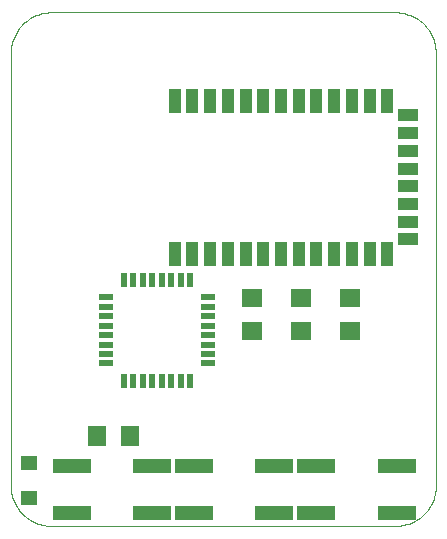
<source format=gtp>
G75*
G70*
%OFA0B0*%
%FSLAX24Y24*%
%IPPOS*%
%LPD*%
%AMOC8*
5,1,8,0,0,1.08239X$1,22.5*
%
%ADD10C,0.0010*%
%ADD11R,0.0394X0.0787*%
%ADD12R,0.0709X0.0394*%
%ADD13R,0.0630X0.0709*%
%ADD14R,0.0551X0.0472*%
%ADD15R,0.0500X0.0220*%
%ADD16R,0.0220X0.0500*%
%ADD17R,0.0709X0.0630*%
%ADD18R,0.1260X0.0472*%
D10*
X002398Y002257D02*
X002398Y016647D01*
X002398Y016637D02*
X002397Y016710D01*
X002400Y016782D01*
X002406Y016854D01*
X002416Y016926D01*
X002430Y016997D01*
X002448Y017067D01*
X002470Y017136D01*
X002495Y017204D01*
X002524Y017270D01*
X002556Y017335D01*
X002592Y017398D01*
X002632Y017459D01*
X002674Y017517D01*
X002719Y017574D01*
X002768Y017628D01*
X002819Y017679D01*
X002873Y017727D01*
X002930Y017772D01*
X002988Y017815D01*
X003049Y017854D01*
X003112Y017889D01*
X003177Y017922D01*
X003244Y017950D01*
X003312Y017975D01*
X003381Y017997D01*
X003451Y018015D01*
X003522Y018028D01*
X003594Y018038D01*
X003666Y018045D01*
X003738Y018047D01*
X015158Y018047D01*
X015152Y018046D02*
X015225Y018047D01*
X015297Y018044D01*
X015369Y018038D01*
X015441Y018028D01*
X015512Y018014D01*
X015582Y017996D01*
X015651Y017974D01*
X015719Y017949D01*
X015785Y017920D01*
X015850Y017888D01*
X015913Y017852D01*
X015974Y017812D01*
X016032Y017770D01*
X016089Y017725D01*
X016143Y017676D01*
X016194Y017625D01*
X016242Y017571D01*
X016287Y017514D01*
X016330Y017456D01*
X016369Y017395D01*
X016404Y017332D01*
X016437Y017267D01*
X016465Y017200D01*
X016490Y017132D01*
X016512Y017063D01*
X016530Y016993D01*
X016543Y016922D01*
X016553Y016850D01*
X016560Y016778D01*
X016562Y016706D01*
X016568Y016697D02*
X016568Y002337D01*
X016569Y002264D01*
X016566Y002192D01*
X016560Y002120D01*
X016550Y002048D01*
X016536Y001977D01*
X016518Y001907D01*
X016496Y001838D01*
X016471Y001770D01*
X016442Y001704D01*
X016410Y001639D01*
X016374Y001576D01*
X016334Y001515D01*
X016292Y001457D01*
X016247Y001400D01*
X016198Y001346D01*
X016147Y001295D01*
X016093Y001247D01*
X016036Y001202D01*
X015978Y001159D01*
X015917Y001120D01*
X015854Y001085D01*
X015789Y001052D01*
X015722Y001024D01*
X015654Y000999D01*
X015585Y000977D01*
X015515Y000959D01*
X015444Y000946D01*
X015372Y000936D01*
X015300Y000929D01*
X015228Y000927D01*
X003808Y000927D01*
X003808Y000928D02*
X003735Y000926D01*
X003663Y000928D01*
X003592Y000934D01*
X003520Y000944D01*
X003449Y000958D01*
X003379Y000976D01*
X003310Y000997D01*
X003243Y001022D01*
X003176Y001050D01*
X003112Y001083D01*
X003049Y001118D01*
X002988Y001157D01*
X002930Y001199D01*
X002873Y001244D01*
X002819Y001292D01*
X002768Y001343D01*
X002720Y001397D01*
X002675Y001453D01*
X002632Y001511D01*
X002593Y001572D01*
X002557Y001634D01*
X002525Y001699D01*
X002496Y001765D01*
X002471Y001832D01*
X002449Y001901D01*
X002431Y001971D01*
X002417Y002042D01*
X002407Y002113D01*
X002401Y002185D01*
X002398Y002257D01*
D11*
X007859Y009985D03*
X008449Y009985D03*
X009040Y009985D03*
X009630Y009985D03*
X010221Y009985D03*
X010811Y009985D03*
X011402Y009985D03*
X011992Y009985D03*
X012583Y009985D03*
X013174Y009985D03*
X013764Y009985D03*
X014355Y009985D03*
X014945Y009985D03*
X014945Y015103D03*
X014355Y015103D03*
X013764Y015103D03*
X013174Y015103D03*
X012583Y015103D03*
X011992Y015103D03*
X011402Y015103D03*
X010811Y015103D03*
X010221Y015103D03*
X009630Y015103D03*
X009040Y015103D03*
X008449Y015103D03*
X007859Y015103D03*
D12*
X015634Y014611D03*
X015634Y014021D03*
X015634Y013430D03*
X015634Y012839D03*
X015634Y012249D03*
X015634Y011658D03*
X015634Y011068D03*
X015634Y010477D03*
D13*
X006376Y003919D03*
X005274Y003919D03*
D14*
X002995Y003029D03*
X002995Y001848D03*
D15*
X005582Y006343D03*
X005582Y006658D03*
X005582Y006973D03*
X005582Y007288D03*
X005582Y007603D03*
X005582Y007918D03*
X005582Y008233D03*
X005582Y008548D03*
X008962Y008548D03*
X008962Y008233D03*
X008962Y007918D03*
X008962Y007603D03*
X008962Y007288D03*
X008962Y006973D03*
X008962Y006658D03*
X008962Y006343D03*
D16*
X008374Y005756D03*
X008059Y005756D03*
X007744Y005756D03*
X007429Y005756D03*
X007115Y005756D03*
X006800Y005756D03*
X006485Y005756D03*
X006170Y005756D03*
X006170Y009136D03*
X006485Y009136D03*
X006800Y009136D03*
X007115Y009136D03*
X007429Y009136D03*
X007744Y009136D03*
X008059Y009136D03*
X008374Y009136D03*
D17*
X010453Y008516D03*
X010453Y007414D03*
X012078Y007436D03*
X012078Y008538D03*
X013707Y008532D03*
X013707Y007430D03*
D18*
X012578Y002933D03*
X011181Y002932D03*
X011181Y001357D03*
X012578Y001358D03*
X015255Y001358D03*
X015255Y002933D03*
X008504Y002932D03*
X007107Y002934D03*
X007107Y001360D03*
X008504Y001357D03*
X004429Y001360D03*
X004429Y002934D03*
M02*

</source>
